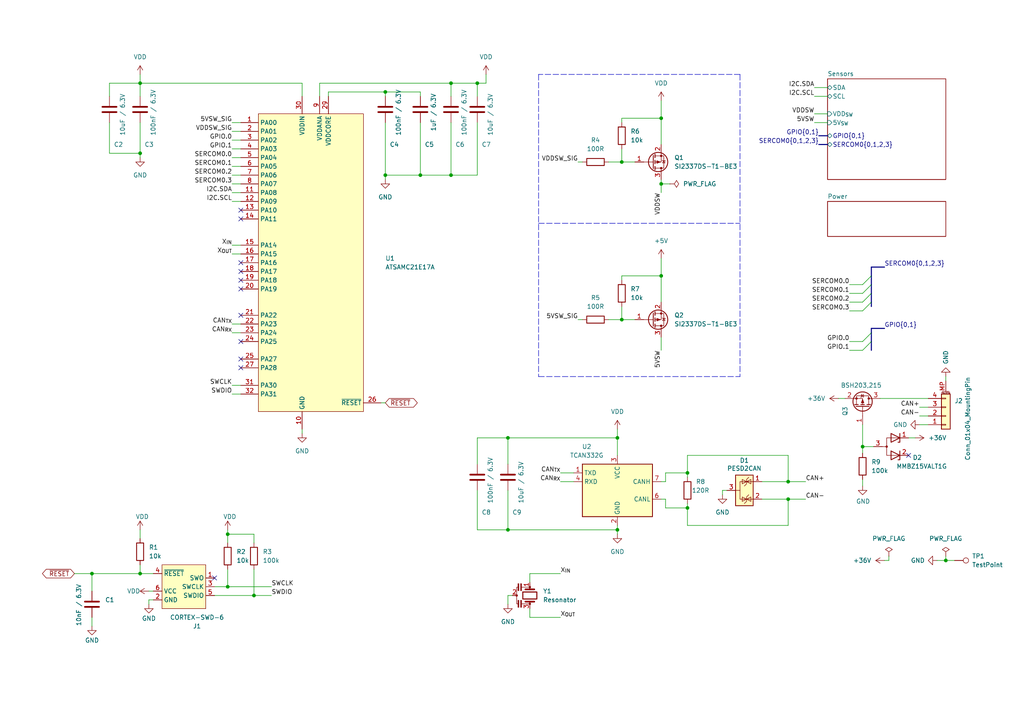
<source format=kicad_sch>
(kicad_sch (version 20210621) (generator eeschema)
  (paper "A4")
  (lib_symbols
    (symbol "Connector:TestPoint" (pin_numbers hide) (pin_names (offset 0.762) hide)
      (property "Reference" "TP" (at 0 6.858 0))
      (property "Value" "TestPoint" (at 0 5.08 0))
      (symbol "TestPoint_0_1"
        (circle (center 0 3.302) (radius 0.762))
      )
      (symbol "TestPoint_1_1"
        (pin passive line (at 0 0 90) (length 2.54) (name "1") (number "1"))
      )
    )
    (symbol "Connector_Generic_MountingPin:Conn_01x04_MountingPin" (pin_names (offset 1.016) hide)
      (property "Reference" "J" (at 0 5.08 0))
      (property "Value" "Conn_01x04_MountingPin" (at 1.27 -7.62 0))
      (symbol "Conn_01x04_MountingPin_1_1"
        (rectangle (start -1.27 -4.953) (end 0 -5.207) (stroke (width 0.1524)))
        (rectangle (start -1.27 -2.413) (end 0 -2.667) (stroke (width 0.1524)))
        (rectangle (start -1.27 0.127) (end 0 -0.127) (stroke (width 0.1524)))
        (rectangle (start -1.27 2.667) (end 0 2.413) (stroke (width 0.1524)))
        (rectangle (start -1.27 3.81) (end 1.27 -6.35) (stroke (width 0.254)) (fill (type background)))
        (polyline (pts (xy -1.016 -7.112) (xy 1.016 -7.112)) (stroke (width 0.1524)))
        (text "Mounting" (at 0 -6.731 0) (effects (font (size 0.381 0.381))))
        (pin passive line (at -5.08 2.54 0) (length 3.81) (name "Pin_1") (number "1"))
        (pin passive line (at -5.08 0 0) (length 3.81) (name "Pin_2") (number "2"))
        (pin passive line (at -5.08 -2.54 0) (length 3.81) (name "Pin_3") (number "3"))
        (pin passive line (at -5.08 -5.08 0) (length 3.81) (name "Pin_4") (number "4"))
        (pin passive line (at 0 -10.16 90) (length 3.048) (name "MountPin") (number "MP"))
      )
    )
    (symbol "Device:C" (pin_numbers hide) (pin_names (offset 0.254))
      (property "Reference" "C" (at 0.635 2.54 0))
      (property "Value" "C" (at 0.635 -2.54 0))
      (symbol "C_0_1"
        (polyline (pts (xy -2.032 -0.762) (xy 2.032 -0.762)) (stroke (width 0.508)))
        (polyline (pts (xy -2.032 0.762) (xy 2.032 0.762)) (stroke (width 0.508)))
      )
      (symbol "C_1_1"
        (pin passive line (at 0 3.81 270) (length 2.794) (name "~") (number "1"))
        (pin passive line (at 0 -3.81 90) (length 2.794) (name "~") (number "2"))
      )
    )
    (symbol "Device:D_Zener_Dual_CommonAnode_KKA_Parallel" (pin_names (offset 0.762) hide)
      (property "Reference" "D" (at 0 5.08 0))
      (property "Value" "D_Zener_Dual_CommonAnode_KKA_Parallel" (at 0 -5.08 0))
      (symbol "D_Zener_Dual_CommonAnode_KKA_Parallel_0_0"
        (polyline (pts (xy 2.032 1.27) (xy 2.54 1.27) (xy 2.54 3.81)) (stroke (width 0.254)))
        (polyline (pts (xy 2.54 -1.27) (xy 2.54 -3.81) (xy 2.032 -3.81)) (stroke (width 0.254)))
      )
      (symbol "D_Zener_Dual_CommonAnode_KKA_Parallel_0_1"
        (circle (center -1.27 0) (radius 0.254) (fill (type outline)))
        (polyline (pts (xy -1.27 0) (xy -2.54 0)))
        (polyline (pts (xy 2.54 2.54) (xy -1.27 2.54) (xy -1.27 -2.54) (xy 2.54 -2.54)))
        (polyline (pts (xy 0 -1.27) (xy 2.54 -2.54) (xy 0 -3.81) (xy 0 -1.27) (xy 0 -1.27) (xy 0 -1.27)) (stroke (width 0.254)))
        (polyline (pts (xy 0 3.81) (xy 2.54 2.54) (xy 0 1.27) (xy 0 3.81) (xy 0 3.81) (xy 0 3.81)) (stroke (width 0.254)))
        (pin passive line (at 5.08 2.54 180) (length 2.54) (name "K") (number "1"))
        (pin passive line (at 5.08 -2.54 180) (length 2.54) (name "K") (number "2"))
        (pin passive line (at -5.08 0 0) (length 2.54) (name "A") (number "3"))
      )
    )
    (symbol "Device:Q_PMOS_GSD" (pin_names (offset 0) hide)
      (property "Reference" "Q" (at 5.08 1.27 0))
      (property "Value" "Q_PMOS_GSD" (at 5.08 -1.27 0))
      (symbol "Q_PMOS_GSD_0_1"
        (polyline (pts (xy 0.254 0) (xy -2.54 0)))
        (polyline (pts (xy 0.254 1.905) (xy 0.254 -1.905)) (stroke (width 0.254)))
        (polyline (pts (xy 0.762 -1.27) (xy 0.762 -2.286)) (stroke (width 0.254)))
        (polyline (pts (xy 0.762 0.508) (xy 0.762 -0.508)) (stroke (width 0.254)))
        (polyline (pts (xy 0.762 2.286) (xy 0.762 1.27)) (stroke (width 0.254)))
        (polyline (pts (xy 2.54 2.54) (xy 2.54 1.778)))
        (polyline (pts (xy 2.54 -2.54) (xy 2.54 0) (xy 0.762 0)))
        (polyline (pts (xy 0.762 1.778) (xy 3.302 1.778) (xy 3.302 -1.778) (xy 0.762 -1.778)))
        (polyline (pts (xy 2.286 0) (xy 1.27 0.381) (xy 1.27 -0.381) (xy 2.286 0)) (fill (type outline)))
        (polyline (pts (xy 2.794 -0.508) (xy 2.921 -0.381) (xy 3.683 -0.381) (xy 3.81 -0.254)))
        (polyline (pts (xy 3.302 -0.381) (xy 2.921 0.254) (xy 3.683 0.254) (xy 3.302 -0.381)))
        (circle (center 1.651 0) (radius 2.794) (stroke (width 0.254)))
        (circle (center 2.54 -1.778) (radius 0.254) (fill (type outline)))
        (circle (center 2.54 1.778) (radius 0.254) (fill (type outline)))
      )
      (symbol "Q_PMOS_GSD_1_1"
        (pin input line (at -5.08 0 0) (length 2.54) (name "G") (number "1"))
        (pin passive line (at 2.54 -5.08 90) (length 2.54) (name "S") (number "2"))
        (pin passive line (at 2.54 5.08 270) (length 2.54) (name "D") (number "3"))
      )
    )
    (symbol "Device:R" (pin_numbers hide) (pin_names (offset 0))
      (property "Reference" "R" (at 2.032 0 90))
      (property "Value" "R" (at 0 0 90))
      (symbol "R_0_1"
        (rectangle (start -1.016 -2.54) (end 1.016 2.54) (stroke (width 0.254)))
      )
      (symbol "R_1_1"
        (pin passive line (at 0 3.81 270) (length 1.27) (name "~") (number "1"))
        (pin passive line (at 0 -3.81 90) (length 1.27) (name "~") (number "2"))
      )
    )
    (symbol "Device:Resonator" (pin_names (offset 1.016) hide)
      (property "Reference" "Y" (at 0 5.715 0))
      (property "Value" "Resonator" (at 0 3.81 0))
      (symbol "Resonator_0_1"
        (rectangle (start -3.429 -3.175) (end -1.397 -3.429) (fill (type outline)))
        (rectangle (start -3.429 -2.413) (end -1.397 -2.667) (fill (type outline)))
        (circle (center -2.413 0) (radius 0.254) (fill (type outline)))
        (rectangle (start -1.016 2.032) (end 1.016 -2.032) (stroke (width 0.3048)))
        (circle (center 0 -3.81) (radius 0.254) (fill (type outline)))
        (polyline (pts (xy -2.413 -2.413) (xy -2.413 0)))
        (polyline (pts (xy -1.905 0) (xy -3.175 0)))
        (polyline (pts (xy -1.778 -1.27) (xy -1.778 1.27)) (stroke (width 0.508)))
        (polyline (pts (xy 1.778 -1.27) (xy 1.778 1.27)) (stroke (width 0.508)))
        (polyline (pts (xy 1.905 0) (xy 2.54 0)))
        (polyline (pts (xy 2.413 0) (xy 2.413 -2.54)))
        (polyline (pts (xy 2.413 -3.302) (xy 2.413 -3.81) (xy -2.413 -3.81) (xy -2.413 -3.302)))
        (rectangle (start 1.397 -3.175) (end 3.429 -3.429) (fill (type outline)))
        (rectangle (start 1.397 -2.413) (end 3.429 -2.667) (fill (type outline)))
        (circle (center 2.413 0) (radius 0.254) (fill (type outline)))
      )
      (symbol "Resonator_1_1"
        (pin passive line (at -3.81 0 0) (length 1.27) (name "1") (number "1"))
        (pin passive line (at 0 -5.08 90) (length 1.27) (name "2") (number "2"))
        (pin passive line (at 3.81 0 180) (length 1.27) (name "3") (number "3"))
      )
    )
    (symbol "Interface_CAN_LIN:TCAN332G"
      (property "Reference" "U" (at -10.16 8.89 0))
      (property "Value" "TCAN332G" (at 2.54 8.89 0))
      (symbol "TCAN332G_0_1"
        (rectangle (start -10.16 7.62) (end 10.16 -7.62) (stroke (width 0.254)) (fill (type background)))
      )
      (symbol "TCAN332G_1_1"
        (pin input line (at -12.7 5.08 0) (length 2.54) (name "TXD") (number "1"))
        (pin power_in line (at 0 -10.16 90) (length 2.54) (name "GND") (number "2"))
        (pin power_in line (at 0 10.16 270) (length 2.54) (name "VCC") (number "3"))
        (pin tri_state line (at -12.7 2.54 0) (length 2.54) (name "RXD") (number "4"))
        (pin no_connect line (at -10.16 -2.54 0) (length 2.54) hide (name "NC") (number "5"))
        (pin bidirectional line (at 12.7 -2.54 180) (length 2.54) (name "CANL") (number "6"))
        (pin bidirectional line (at 12.7 2.54 180) (length 2.54) (name "CANH") (number "7"))
        (pin no_connect line (at -10.16 -5.08 0) (length 2.54) hide (name "NC") (number "8"))
      )
    )
    (symbol "Power_Protection:NUP2105L" (pin_names hide)
      (property "Reference" "D" (at 5.715 2.54 0))
      (property "Value" "NUP2105L" (at 5.715 0.635 0))
      (symbol "NUP2105L_0_0"
        (pin passive line (at 0 -5.08 90) (length 2.54) (name "A") (number "3"))
      )
      (symbol "NUP2105L_0_1"
        (rectangle (start -4.445 2.54) (end 4.445 -2.54) (stroke (width 0.254)) (fill (type background)))
        (polyline (pts (xy -2.54 2.54) (xy -2.54 0.635)))
        (polyline (pts (xy 0 -1.27) (xy 0 -2.54)))
        (polyline (pts (xy 2.54 2.54) (xy 2.54 0.635)))
        (polyline (pts (xy -3.81 1.27) (xy -3.175 0.635) (xy -1.905 0.635) (xy -1.27 0)))
        (polyline (pts (xy -2.54 0.635) (xy -2.54 -1.27) (xy 2.54 -1.27) (xy 2.54 0.635)))
        (polyline (pts (xy -2.54 0.635) (xy -1.905 -0.635) (xy -3.175 -0.635) (xy -2.54 0.635)))
        (polyline (pts (xy 2.54 0.635) (xy 1.905 -0.635) (xy 3.175 -0.635) (xy 2.54 0.635)))
        (polyline (pts (xy 2.54 0.635) (xy 3.175 1.905) (xy 1.905 1.905) (xy 2.54 0.635)))
        (polyline (pts (xy -2.54 0.635) (xy -3.175 1.905) (xy -1.905 1.905) (xy -2.54 0.635) (xy -2.54 1.27)))
        (polyline (pts (xy 1.27 1.27) (xy 1.905 0.635) (xy 2.54 0.635) (xy 3.175 0.635) (xy 3.81 0)))
      )
      (symbol "NUP2105L_1_1"
        (pin passive line (at -2.54 5.08 270) (length 2.54) (name "K") (number "1"))
        (pin passive line (at 2.54 5.08 270) (length 2.54) (name "K") (number "2"))
      )
    )
    (symbol "ownLib:ATSAMC21E17A"
      (property "Reference" "U" (at -17.78 44.45 0))
      (property "Value" "ATSAMC21E17A" (at 15.24 44.45 0))
      (symbol "ATSAMC21E17A_0_1"
        (rectangle (start -15.24 43.18) (end 15.24 -43.18) (fill (type background)))
      )
      (symbol "ATSAMC21E17A_1_1"
        (pin bidirectional line (at -20.32 40.64 0) (length 5.08) (name "PA00") (number "1"))
        (pin power_in line (at -2.54 -48.26 90) (length 5.08) (name "GND") (number "10"))
        (pin bidirectional line (at -20.32 20.32 0) (length 5.08) (name "PA08") (number "11"))
        (pin bidirectional line (at -20.32 17.78 0) (length 5.08) (name "PA09") (number "12"))
        (pin bidirectional line (at -20.32 15.24 0) (length 5.08) (name "PA10") (number "13"))
        (pin bidirectional line (at -20.32 12.7 0) (length 5.08) (name "PA11") (number "14"))
        (pin bidirectional line (at -20.32 5.08 0) (length 5.08) (name "PA14") (number "15"))
        (pin bidirectional line (at -20.32 2.54 0) (length 5.08) (name "PA15") (number "16"))
        (pin bidirectional line (at -20.32 0 0) (length 5.08) (name "PA16") (number "17"))
        (pin bidirectional line (at -20.32 -2.54 0) (length 5.08) (name "PA17") (number "18"))
        (pin bidirectional line (at -20.32 -5.08 0) (length 5.08) (name "PA18") (number "19"))
        (pin bidirectional line (at -20.32 38.1 0) (length 5.08) (name "PA01") (number "2"))
        (pin bidirectional line (at -20.32 -7.62 0) (length 5.08) (name "PA19") (number "20"))
        (pin bidirectional line (at -20.32 -15.24 0) (length 5.08) (name "PA22") (number "21"))
        (pin bidirectional line (at -20.32 -17.78 0) (length 5.08) (name "PA23") (number "22"))
        (pin bidirectional line (at -20.32 -20.32 0) (length 5.08) (name "PA24") (number "23"))
        (pin bidirectional line (at -20.32 -22.86 0) (length 5.08) (name "PA25") (number "24"))
        (pin bidirectional line (at -20.32 -27.94 0) (length 5.08) (name "PA27") (number "25"))
        (pin input line (at 20.32 -40.64 180) (length 5.08) (name "~{RESET}") (number "26"))
        (pin bidirectional line (at -20.32 -30.48 0) (length 5.08) (name "PA28") (number "27"))
        (pin passive line (at -2.54 -48.26 90) (length 5.08) hide (name "GND") (number "28"))
        (pin power_out line (at 5.08 48.26 270) (length 5.08) (name "VDDCORE") (number "29"))
        (pin bidirectional line (at -20.32 35.56 0) (length 5.08) (name "PA02") (number "3"))
        (pin power_in line (at -2.54 48.26 270) (length 5.08) (name "VDDIN") (number "30"))
        (pin bidirectional line (at -20.32 -35.56 0) (length 5.08) (name "PA30") (number "31"))
        (pin bidirectional line (at -20.32 -38.1 0) (length 5.08) (name "PA31") (number "32"))
        (pin bidirectional line (at -20.32 33.02 0) (length 5.08) (name "PA03") (number "4"))
        (pin bidirectional line (at -20.32 30.48 0) (length 5.08) (name "PA04") (number "5"))
        (pin bidirectional line (at -20.32 27.94 0) (length 5.08) (name "PA05") (number "6"))
        (pin bidirectional line (at -20.32 25.4 0) (length 5.08) (name "PA06") (number "7"))
        (pin bidirectional line (at -20.32 22.86 0) (length 5.08) (name "PA07") (number "8"))
        (pin power_in line (at 2.54 48.26 270) (length 5.08) (name "VDDANA") (number "9"))
      )
    )
    (symbol "ownLib:CORTEX-SWD-6"
      (property "Reference" "J" (at 10.16 6.35 0))
      (property "Value" "CORTEX-SWD-6" (at 0 6.35 0))
      (symbol "CORTEX-SWD-6_0_0"
        (pin bidirectional line (at 8.89 1.27 180) (length 2.54) (name "SWO") (number "1"))
        (pin power_in line (at -8.89 -5.08 0) (length 2.54) (name "GND") (number "2"))
        (pin bidirectional line (at 8.89 -1.27 180) (length 2.54) (name "SWCLK") (number "3"))
        (pin output line (at -8.89 2.54 0) (length 2.54) (name "~{RESET}") (number "4"))
        (pin bidirectional line (at 8.89 -3.81 180) (length 2.54) (name "SWDIO") (number "5"))
        (pin power_in line (at -8.89 -2.54 0) (length 2.54) (name "VCC") (number "6"))
      )
      (symbol "CORTEX-SWD-6_0_1"
        (rectangle (start -6.35 5.08) (end 6.35 -7.62) (stroke (width 0.1524)) (fill (type background)))
      )
    )
    (symbol "power:+36V" (power) (pin_names (offset 0))
      (property "Value" "+36V" (at 0 3.556 0))
      (symbol "+36V_0_1"
        (polyline (pts (xy -0.762 1.27) (xy 0 2.54)))
        (polyline (pts (xy 0 0) (xy 0 2.54)))
        (polyline (pts (xy 0 2.54) (xy 0.762 1.27)))
      )
      (symbol "+36V_1_1"
        (pin power_in line (at 0 0 90) (length 0) hide (name "+36V") (number "1"))
      )
    )
    (symbol "power:+5V" (power) (pin_names (offset 0))
      (property "Value" "+5V" (at 0 3.556 0))
      (symbol "+5V_0_1"
        (polyline (pts (xy -0.762 1.27) (xy 0 2.54)))
        (polyline (pts (xy 0 0) (xy 0 2.54)))
        (polyline (pts (xy 0 2.54) (xy 0.762 1.27)))
      )
      (symbol "+5V_1_1"
        (pin power_in line (at 0 0 90) (length 0) hide (name "+5V") (number "1"))
      )
    )
    (symbol "power:GND" (power) (pin_names (offset 0))
      (property "Value" "GND" (at 0 -3.81 0))
      (symbol "GND_0_1"
        (polyline (pts (xy 0 0) (xy 0 -1.27) (xy 1.27 -1.27) (xy 0 -2.54) (xy -1.27 -1.27) (xy 0 -1.27)))
      )
      (symbol "GND_1_1"
        (pin power_in line (at 0 0 270) (length 0) hide (name "GND") (number "1"))
      )
    )
    (symbol "power:PWR_FLAG" (power) (pin_numbers hide) (pin_names (offset 0) hide)
      (property "Value" "PWR_FLAG" (at 0 3.81 0))
      (symbol "PWR_FLAG_0_0"
        (pin power_out line (at 0 0 90) (length 0) (name "pwr") (number "1"))
      )
      (symbol "PWR_FLAG_0_1"
        (polyline (pts (xy 0 0) (xy 0 1.27) (xy -1.016 1.905) (xy 0 2.54) (xy 1.016 1.905) (xy 0 1.27)))
      )
    )
    (symbol "power:VDD" (power) (pin_names (offset 0))
      (property "Value" "VDD" (at 0 3.81 0))
      (symbol "VDD_0_1"
        (polyline (pts (xy -0.762 1.27) (xy 0 2.54)))
        (polyline (pts (xy 0 0) (xy 0 2.54)))
        (polyline (pts (xy 0 2.54) (xy 0.762 1.27)))
      )
      (symbol "VDD_1_1"
        (pin power_in line (at 0 0 90) (length 0) hide (name "VDD") (number "1"))
      )
    )
  )
  (junction (at 26.67 166.37))
  (junction (at 274.32 162.56))
  (junction (at 73.66 172.72))
  (junction (at 130.81 24.13))
  (junction (at 40.64 44.45))
  (junction (at 191.77 53.34))
  (junction (at 199.39 137.16))
  (junction (at 191.77 80.01))
  (junction (at 199.39 147.32))
  (junction (at 180.34 46.99))
  (junction (at 40.64 166.37))
  (junction (at 40.64 24.13))
  (junction (at 66.04 170.18))
  (junction (at 121.92 50.8))
  (junction (at 130.81 50.8))
  (junction (at 179.07 153.67))
  (junction (at 191.77 34.29))
  (junction (at 111.76 26.67))
  (junction (at 179.07 127))
  (junction (at 66.04 154.94))
  (junction (at 147.32 127))
  (junction (at 180.34 92.71))
  (junction (at 138.43 24.13))
  (junction (at 111.76 50.8))
  (junction (at 147.32 153.67))
  (junction (at 250.19 129.54))
  (junction (at 228.6 139.7))
  (junction (at 228.6 144.78))
  (no_connect (at 69.85 83.82))
  (no_connect (at 69.85 81.28))
  (no_connect (at 69.85 76.2))
  (no_connect (at 69.85 78.74))
  (no_connect (at 62.23 167.64))
  (no_connect (at 69.85 63.5))
  (no_connect (at 69.85 60.96))
  (no_connect (at 69.85 91.44))
  (no_connect (at 69.85 106.68))
  (no_connect (at 69.85 104.14))
  (no_connect (at 69.85 99.06))
  (no_connect (at 263.525 132.08))
  (bus_entry (at 252.73 87.63) (size -2.54 2.54))
  (bus_entry (at 252.73 80.01) (size -2.54 2.54))
  (bus_entry (at 252.73 82.55) (size -2.54 2.54))
  (bus_entry (at 252.73 85.09) (size -2.54 2.54))
  (bus_entry (at 252.73 96.52) (size -2.54 2.54))
  (bus_entry (at 252.73 99.06) (size -2.54 2.54))
  (wire (pts (xy 228.6 139.7) (xy 233.68 139.7)))
  (wire (pts (xy 67.31 111.76) (xy 69.85 111.76)))
  (wire (pts (xy 147.32 142.24) (xy 147.32 153.67)))
  (wire (pts (xy 147.32 153.67) (xy 179.07 153.67)))
  (wire (pts (xy 180.34 92.71) (xy 184.15 92.71)))
  (bus (pts (xy 256.54 95.25) (xy 252.73 95.25)))
  (bus (pts (xy 252.73 95.25) (xy 252.73 96.52)))
  (bus (pts (xy 252.73 96.52) (xy 252.73 99.06)))
  (bus (pts (xy 252.73 99.06) (xy 252.73 101.6)))
  (polyline (pts (xy 156.21 64.77) (xy 214.63 64.77)) (stroke (width 0) (type dash)))
  (wire (pts (xy 43.18 171.45) (xy 44.45 171.45)))
  (wire (pts (xy 153.67 176.53) (xy 153.67 179.07)))
  (wire (pts (xy 66.04 170.18) (xy 78.74 170.18)))
  (wire (pts (xy 191.77 34.29) (xy 191.77 41.91)))
  (wire (pts (xy 250.19 131.445) (xy 250.19 129.54)))
  (wire (pts (xy 191.77 80.01) (xy 191.77 87.63)))
  (wire (pts (xy 199.39 147.32) (xy 199.39 152.4)))
  (wire (pts (xy 199.39 152.4) (xy 228.6 152.4)))
  (wire (pts (xy 31.75 24.13) (xy 40.64 24.13)))
  (wire (pts (xy 31.75 27.94) (xy 31.75 24.13)))
  (wire (pts (xy 110.49 116.84) (xy 111.76 116.84)))
  (wire (pts (xy 67.31 73.66) (xy 69.85 73.66)))
  (wire (pts (xy 228.6 144.78) (xy 220.98 144.78)))
  (wire (pts (xy 180.34 46.99) (xy 184.15 46.99)))
  (wire (pts (xy 176.53 46.99) (xy 180.34 46.99)))
  (wire (pts (xy 67.31 55.88) (xy 69.85 55.88)))
  (wire (pts (xy 274.32 162.56) (xy 276.86 162.56)))
  (wire (pts (xy 140.97 21.59) (xy 140.97 24.13)))
  (wire (pts (xy 67.31 114.3) (xy 69.85 114.3)))
  (wire (pts (xy 176.53 92.71) (xy 180.34 92.71)))
  (wire (pts (xy 67.31 43.18) (xy 69.85 43.18)))
  (wire (pts (xy 220.98 139.7) (xy 228.6 139.7)))
  (wire (pts (xy 26.67 166.37) (xy 26.67 171.45)))
  (wire (pts (xy 191.77 97.79) (xy 191.77 101.6)))
  (wire (pts (xy 167.64 46.99) (xy 168.91 46.99)))
  (wire (pts (xy 193.04 144.78) (xy 193.04 147.32)))
  (wire (pts (xy 228.6 144.78) (xy 228.6 152.4)))
  (wire (pts (xy 138.43 127) (xy 147.32 127)))
  (wire (pts (xy 138.43 134.62) (xy 138.43 127)))
  (wire (pts (xy 147.32 127) (xy 179.07 127)))
  (wire (pts (xy 179.07 127) (xy 179.07 132.08)))
  (wire (pts (xy 179.07 124.46) (xy 179.07 127)))
  (wire (pts (xy 67.31 50.8) (xy 69.85 50.8)))
  (wire (pts (xy 274.32 162.56) (xy 274.32 161.29)))
  (wire (pts (xy 271.78 162.56) (xy 274.32 162.56)))
  (wire (pts (xy 62.23 172.72) (xy 73.66 172.72)))
  (wire (pts (xy 26.67 179.07) (xy 26.67 181.61)))
  (wire (pts (xy 73.66 165.1) (xy 73.66 172.72)))
  (wire (pts (xy 66.04 165.1) (xy 66.04 170.18)))
  (wire (pts (xy 62.23 170.18) (xy 66.04 170.18)))
  (wire (pts (xy 121.92 35.56) (xy 121.92 50.8)))
  (wire (pts (xy 67.31 35.56) (xy 69.85 35.56)))
  (wire (pts (xy 191.77 80.01) (xy 191.77 74.93)))
  (wire (pts (xy 153.67 166.37) (xy 162.56 166.37)))
  (wire (pts (xy 180.34 81.28) (xy 180.34 80.01)))
  (wire (pts (xy 236.22 33.02) (xy 240.03 33.02)))
  (bus (pts (xy 237.49 41.91) (xy 240.03 41.91)))
  (wire (pts (xy 246.38 85.09) (xy 250.19 85.09)))
  (wire (pts (xy 87.63 124.46) (xy 87.63 125.73)))
  (wire (pts (xy 31.75 44.45) (xy 40.64 44.45)))
  (wire (pts (xy 31.75 35.56) (xy 31.75 44.45)))
  (wire (pts (xy 263.525 127) (xy 265.43 127)))
  (wire (pts (xy 67.31 71.12) (xy 69.85 71.12)))
  (wire (pts (xy 228.6 144.78) (xy 233.68 144.78)))
  (wire (pts (xy 250.19 139.065) (xy 250.19 140.97)))
  (wire (pts (xy 67.31 93.98) (xy 69.85 93.98)))
  (wire (pts (xy 246.38 87.63) (xy 250.19 87.63)))
  (wire (pts (xy 191.77 144.78) (xy 193.04 144.78)))
  (wire (pts (xy 66.04 154.94) (xy 66.04 157.48)))
  (wire (pts (xy 66.04 153.67) (xy 66.04 154.94)))
  (wire (pts (xy 147.32 175.26) (xy 147.32 172.72)))
  (wire (pts (xy 73.66 172.72) (xy 78.74 172.72)))
  (wire (pts (xy 246.38 99.06) (xy 250.19 99.06)))
  (wire (pts (xy 180.34 80.01) (xy 191.77 80.01)))
  (wire (pts (xy 199.39 147.32) (xy 199.39 146.05)))
  (wire (pts (xy 193.04 147.32) (xy 199.39 147.32)))
  (wire (pts (xy 147.32 172.72) (xy 148.59 172.72)))
  (wire (pts (xy 191.77 53.34) (xy 194.31 53.34)))
  (wire (pts (xy 199.39 137.16) (xy 199.39 138.43)))
  (wire (pts (xy 193.04 137.16) (xy 199.39 137.16)))
  (wire (pts (xy 67.31 40.64) (xy 69.85 40.64)))
  (wire (pts (xy 246.38 82.55) (xy 250.19 82.55)))
  (wire (pts (xy 180.34 43.18) (xy 180.34 46.99)))
  (wire (pts (xy 193.04 139.7) (xy 193.04 137.16)))
  (wire (pts (xy 210.82 142.24) (xy 209.55 142.24)))
  (wire (pts (xy 209.55 142.24) (xy 209.55 143.51)))
  (wire (pts (xy 236.22 25.4) (xy 240.03 25.4)))
  (polyline (pts (xy 156.21 109.22) (xy 214.63 109.22)) (stroke (width 0) (type dash)))
  (polyline (pts (xy 214.63 21.59) (xy 156.21 21.59)) (stroke (width 0) (type dash)))
  (polyline (pts (xy 156.21 21.59) (xy 156.21 109.22)) (stroke (width 0) (type dash)))
  (polyline (pts (xy 214.63 21.59) (xy 214.63 109.22)) (stroke (width 0) (type dash)))
  (wire (pts (xy 246.38 101.6) (xy 250.19 101.6)))
  (wire (pts (xy 40.64 44.45) (xy 40.64 45.72)))
  (wire (pts (xy 40.64 35.56) (xy 40.64 44.45)))
  (wire (pts (xy 121.92 50.8) (xy 111.76 50.8)))
  (wire (pts (xy 40.64 24.13) (xy 40.64 27.94)))
  (wire (pts (xy 191.77 52.07) (xy 191.77 53.34)))
  (wire (pts (xy 191.77 53.34) (xy 191.77 55.88)))
  (wire (pts (xy 121.92 50.8) (xy 130.81 50.8)))
  (wire (pts (xy 138.43 50.8) (xy 138.43 35.56)))
  (wire (pts (xy 130.81 50.8) (xy 138.43 50.8)))
  (wire (pts (xy 255.27 115.57) (xy 269.24 115.57)))
  (wire (pts (xy 73.66 154.94) (xy 66.04 154.94)))
  (wire (pts (xy 73.66 157.48) (xy 73.66 154.94)))
  (wire (pts (xy 130.81 24.13) (xy 130.81 27.94)))
  (wire (pts (xy 243.205 115.57) (xy 245.11 115.57)))
  (wire (pts (xy 21.59 166.37) (xy 26.67 166.37)))
  (wire (pts (xy 26.67 166.37) (xy 40.64 166.37)))
  (wire (pts (xy 266.7 123.19) (xy 269.24 123.19)))
  (wire (pts (xy 43.18 173.99) (xy 43.18 175.26)))
  (wire (pts (xy 67.31 48.26) (xy 69.85 48.26)))
  (wire (pts (xy 67.31 96.52) (xy 69.85 96.52)))
  (wire (pts (xy 246.38 90.17) (xy 250.19 90.17)))
  (wire (pts (xy 153.67 166.37) (xy 153.67 168.91)))
  (wire (pts (xy 67.31 58.42) (xy 69.85 58.42)))
  (wire (pts (xy 40.64 153.67) (xy 40.64 156.21)))
  (wire (pts (xy 40.64 166.37) (xy 44.45 166.37)))
  (wire (pts (xy 179.07 152.4) (xy 179.07 153.67)))
  (wire (pts (xy 179.07 153.67) (xy 179.07 154.94)))
  (wire (pts (xy 236.22 35.56) (xy 240.03 35.56)))
  (wire (pts (xy 40.64 21.59) (xy 40.64 24.13)))
  (wire (pts (xy 40.64 24.13) (xy 87.63 24.13)))
  (wire (pts (xy 87.63 27.94) (xy 87.63 24.13)))
  (wire (pts (xy 250.19 129.54) (xy 253.365 129.54)))
  (wire (pts (xy 250.19 129.54) (xy 250.19 123.19)))
  (wire (pts (xy 191.77 139.7) (xy 193.04 139.7)))
  (wire (pts (xy 44.45 173.99) (xy 43.18 173.99)))
  (wire (pts (xy 40.64 163.83) (xy 40.64 166.37)))
  (wire (pts (xy 266.7 120.65) (xy 269.24 120.65)))
  (wire (pts (xy 266.7 118.11) (xy 269.24 118.11)))
  (wire (pts (xy 138.43 142.24) (xy 138.43 153.67)))
  (wire (pts (xy 138.43 153.67) (xy 147.32 153.67)))
  (bus (pts (xy 237.49 39.37) (xy 240.03 39.37)))
  (wire (pts (xy 162.56 139.7) (xy 166.37 139.7)))
  (wire (pts (xy 67.31 45.72) (xy 69.85 45.72)))
  (wire (pts (xy 274.32 109.22) (xy 274.32 110.49)))
  (wire (pts (xy 67.31 53.34) (xy 69.85 53.34)))
  (wire (pts (xy 236.22 27.94) (xy 240.03 27.94)))
  (bus (pts (xy 252.73 88.9) (xy 252.73 87.63)))
  (bus (pts (xy 252.73 82.55) (xy 252.73 80.01)))
  (bus (pts (xy 252.73 87.63) (xy 252.73 85.09)))
  (bus (pts (xy 252.73 85.09) (xy 252.73 82.55)))
  (bus (pts (xy 252.73 77.47) (xy 256.54 77.47)))
  (bus (pts (xy 252.73 80.01) (xy 252.73 77.47)))
  (wire (pts (xy 162.56 137.16) (xy 166.37 137.16)))
  (wire (pts (xy 180.34 88.9) (xy 180.34 92.71)))
  (wire (pts (xy 138.43 24.13) (xy 140.97 24.13)))
  (wire (pts (xy 111.76 50.8) (xy 111.76 52.07)))
  (wire (pts (xy 111.76 35.56) (xy 111.76 50.8)))
  (wire (pts (xy 130.81 24.13) (xy 138.43 24.13)))
  (wire (pts (xy 92.71 24.13) (xy 130.81 24.13)))
  (wire (pts (xy 138.43 24.13) (xy 138.43 27.94)))
  (wire (pts (xy 92.71 27.94) (xy 92.71 24.13)))
  (wire (pts (xy 180.34 34.29) (xy 191.77 34.29)))
  (wire (pts (xy 180.34 35.56) (xy 180.34 34.29)))
  (wire (pts (xy 191.77 34.29) (xy 191.77 29.21)))
  (wire (pts (xy 153.67 179.07) (xy 162.56 179.07)))
  (wire (pts (xy 167.64 92.71) (xy 168.91 92.71)))
  (wire (pts (xy 256.54 162.56) (xy 257.81 162.56)))
  (wire (pts (xy 257.81 162.56) (xy 257.81 161.29)))
  (wire (pts (xy 67.31 38.1) (xy 69.85 38.1)))
  (wire (pts (xy 147.32 134.62) (xy 147.32 127)))
  (wire (pts (xy 111.76 26.67) (xy 111.76 27.94)))
  (wire (pts (xy 95.25 27.94) (xy 95.25 26.67)))
  (wire (pts (xy 95.25 26.67) (xy 111.76 26.67)))
  (wire (pts (xy 130.81 35.56) (xy 130.81 50.8)))
  (wire (pts (xy 111.76 26.67) (xy 121.92 26.67)))
  (wire (pts (xy 121.92 27.94) (xy 121.92 26.67)))
  (wire (pts (xy 228.6 132.08) (xy 228.6 139.7)))
  (wire (pts (xy 199.39 137.16) (xy 199.39 132.08)))
  (wire (pts (xy 199.39 132.08) (xy 228.6 132.08)))
  (text "CO2 Sensor = MHZ16\nSensor Connector = ZH-Connector?\nTemperature sensor = SHT30\nHumidity Sensor = SHT30 (one package)\nLight Sensor = BH1751FVI-TR\nPressure Sensor = BMP384\nAirquality Sensor = SGP30\nSmall CO2 Sensor = SCD40\nMicrocontroller = ATSamC21E17A QFN32-5mm\nCAN Transceiver = TCAN332G\nCAN Diode = PESD2CAN,215\nDC-DC Converter = LMZM23600V3\nUART Level Shifter = TXB0104D" (at 313.69 91.44 0) (effects (font (size 1 1)) (justify left bottom)))
  (label "I2C.SDA" (at 67.31 55.88 180))
  (label "GPIO.1" (at 246.38 101.6 180))
  (label "5VSW_SIG" (at 167.64 92.71 180))
  (label "GPIO.0" (at 67.31 40.64 180))
  (label "5VSW_SIG" (at 67.31 35.56 180))
  (label "I2C.SDA" (at 236.22 25.4 180))
  (label "X_{OUT}" (at 162.56 179.07 0))
  (label "VDDSW_SIG" (at 67.31 38.1 180))
  (label "SWCLK" (at 67.31 111.76 180))
  (label "SERCOM0.3" (at 246.38 90.17 180))
  (label "GPIO.1" (at 67.31 43.18 180))
  (label "I2C.SCL" (at 67.31 58.42 180))
  (label "SERCOM0.3" (at 67.31 53.34 180))
  (label "CAN_{TX}" (at 67.31 93.98 180))
  (label "CAN-" (at 266.7 120.65 180))
  (label "5VSW" (at 236.22 35.56 180))
  (label "I2C.SCL" (at 236.22 27.94 180))
  (label "CAN+" (at 233.68 139.7 0))
  (label "SERCOM0.2" (at 67.31 50.8 180))
  (label "GPIO.0" (at 246.38 99.06 180))
  (label "SERCOM0.0" (at 246.38 82.55 180))
  (label "SERCOM0{0,1,2,3}" (at 256.54 77.47 0))
  (label "5VSW" (at 191.77 101.6 270))
  (label "VDDSW_SIG" (at 167.64 46.99 180))
  (label "CAN_{TX}" (at 162.56 137.16 180))
  (label "SERCOM0.1" (at 67.31 48.26 180))
  (label "SERCOM0{0,1,2,3}" (at 237.49 41.91 180))
  (label "CAN+" (at 266.7 118.11 180))
  (label "CAN-" (at 233.68 144.78 0))
  (label "CAN_{RX}" (at 162.56 139.7 180))
  (label "SERCOM0.2" (at 246.38 87.63 180))
  (label "GPIO{0,1}" (at 256.54 95.25 0))
  (label "SERCOM0.0" (at 67.31 45.72 180))
  (label "VDDSW" (at 236.22 33.02 180))
  (label "SWDIO" (at 78.74 172.72 0))
  (label "SWCLK" (at 78.74 170.18 0))
  (label "SERCOM0.1" (at 246.38 85.09 180))
  (label "X_{IN}" (at 67.31 71.12 180))
  (label "X_{IN}" (at 162.56 166.37 0))
  (label "SWDIO" (at 67.31 114.3 180))
  (label "VDDSW" (at 191.77 55.88 270))
  (label "X_{OUT}" (at 67.31 73.66 180))
  (label "CAN_{RX}" (at 67.31 96.52 180))
  (label "GPIO{0,1}" (at 237.49 39.37 180))
  (global_label "~{RESET}" (shape bidirectional) (at 111.76 116.84 0) (property "Intersheet References" "${INTERSHEET_REFS}" (effects hide)))
  (global_label "~{RESET}" (shape bidirectional) (at 21.59 166.37 180) (property "Intersheet References" "${INTERSHEET_REFS}" (effects hide)))
  (symbol (lib_id "Interface_CAN_LIN:TCAN332G") (at 179.07 142.24 0) (unit 1)
    (property "Reference" "U2" (at 170.18 129.54 0))
    (property "Value" "TCAN332G" (at 170.18 132.08 0))
    (property "Footprint" "Package_SO:SOIC-8_3.9x4.9mm_P1.27mm" (effects hide))
    (property "Datasheet" "http://www.ti.com/lit/ds/symlink/tcan337.pdf" (effects hide))
  )
  (symbol (lib_id "Device:R") (at 172.72 46.99 90) (unit 1)
    (property "Reference" "R4" (at 172.72 40.64 90))
    (property "Value" "100R" (at 172.72 43.18 90))
    (property "Footprint" "Resistor_SMD:R_0402_1005Metric" (effects hide))
  )
  (symbol (lib_id "Device:R") (at 180.34 39.37 180) (unit 1)
    (property "Reference" "R6" (at 182.88 38.0999 0) (effects (justify right)))
    (property "Value" "10k" (at 182.88 40.6399 0) (effects (justify right)))
    (property "Footprint" "Resistor_SMD:R_0402_1005Metric" (effects hide))
  )
  (symbol (lib_id "power:GND") (at 111.76 52.07 0) (unit 1)
    (property "Reference" "#PWR09" (effects hide))
    (property "Value" "GND" (at 111.76 57.15 0))
  )
  (symbol (lib_id "power:GND") (at 271.78 162.56 270) (unit 1)
    (property "Reference" "#PWR022" (effects hide))
    (property "Value" "GND" (at 264.16 162.5599 90) (effects (justify left)))
  )
  (symbol (lib_id "power:VDD") (at 66.04 153.67 0) (unit 1)
    (property "Reference" "#PWR07" (effects hide))
    (property "Value" "VDD" (at 68.5801 149.86 0) (effects (justify right)))
  )
  (symbol (lib_id "power:VDD") (at 40.64 153.67 0) (unit 1)
    (property "Reference" "#PWR04" (effects hide))
    (property "Value" "VDD" (at 43.1801 149.86 0) (effects (justify right)))
  )
  (symbol (lib_id "power:VDD") (at 179.07 124.46 0) (unit 1)
    (property "Reference" "#PWR012" (effects hide))
    (property "Value" "VDD" (at 179.07 119.38 0))
  )
  (symbol (lib_id "power:GND") (at 250.19 140.97 0) (unit 1)
    (property "Reference" "#PWR018" (effects hide))
    (property "Value" "GND" (at 248.2849 145.415 0) (effects (justify left)))
  )
  (symbol (lib_id "power:PWR_FLAG") (at 257.81 161.29 0) (unit 1)
    (property "Reference" "#FLG02" (effects hide))
    (property "Value" "PWR_FLAG" (at 257.81 156.21 0))
  )
  (symbol (lib_id "power:GND") (at 179.07 154.94 0) (unit 1)
    (property "Reference" "#PWR013" (effects hide))
    (property "Value" "GND" (at 179.07 160.02 0))
  )
  (symbol (lib_id "power:GND") (at 26.67 181.61 0) (unit 1)
    (property "Reference" "#PWR01" (effects hide))
    (property "Value" "GND" (at 24.6395 185.7237 0) (effects (justify left)))
  )
  (symbol (lib_id "Device:R") (at 250.19 135.255 0) (unit 1)
    (property "Reference" "R9" (at 252.73 133.9849 0) (effects (justify left)))
    (property "Value" "100k" (at 252.73 136.5249 0) (effects (justify left)))
    (property "Footprint" "Resistor_SMD:R_0402_1005Metric" (effects hide))
  )
  (symbol (lib_id "power:GND") (at 209.55 143.51 0) (mirror y) (unit 1)
    (property "Reference" "#PWR016" (effects hide))
    (property "Value" "GND" (at 209.55 148.59 0))
  )
  (symbol (lib_id "power:VDD") (at 191.77 29.21 0) (unit 1)
    (property "Reference" "#PWR014" (effects hide))
    (property "Value" "VDD" (at 191.77 24.13 0))
  )
  (symbol (lib_id "power:GND") (at 274.32 109.22 180) (unit 1)
    (property "Reference" "#PWR023" (effects hide))
    (property "Value" "GND" (at 274.3201 101.6 90) (effects (justify left)))
  )
  (symbol (lib_id "power:PWR_FLAG") (at 194.31 53.34 270) (unit 1)
    (property "Reference" "#FLG01" (effects hide))
    (property "Value" "PWR_FLAG" (at 198.12 53.3399 90) (effects (justify left)))
  )
  (symbol (lib_id "Device:Q_PMOS_GSD") (at 250.19 118.11 270) (mirror x) (unit 1)
    (property "Reference" "Q3" (at 245.1101 120.65 0) (effects (justify left)))
    (property "Value" "BSH203,215" (at 243.8401 111.76 90) (effects (justify left)))
    (property "Footprint" "Package_TO_SOT_SMD:SOT-23" (effects hide))
  )
  (symbol (lib_id "Device:Q_PMOS_GSD") (at 189.23 46.99 0) (mirror x) (unit 1)
    (property "Reference" "Q1" (at 195.58 45.7199 0) (effects (justify left)))
    (property "Value" "SI2337DS-T1-BE3" (at 195.58 48.2599 0) (effects (justify left)))
    (property "Footprint" "Package_TO_SOT_SMD:SOT-23" (effects hide))
  )
  (symbol (lib_id "Connector:TestPoint") (at 276.86 162.56 270) (unit 1)
    (property "Reference" "TP1" (at 281.94 161.2899 90) (effects (justify left)))
    (property "Value" "TestPoint" (at 281.94 163.8299 90) (effects (justify left)))
    (property "Footprint" "TestPoint:TestPoint_Keystone_5015_Micro-Minature" (effects hide))
  )
  (symbol (lib_id "power:GND") (at 147.32 175.26 0) (unit 1)
    (property "Reference" "#PWR011" (effects hide))
    (property "Value" "GND" (at 147.32 180.34 0))
  )
  (symbol (lib_id "power:GND") (at 266.7 123.19 270) (unit 1)
    (property "Reference" "#PWR021" (effects hide))
    (property "Value" "GND" (at 259.08 123.1899 90) (effects (justify left)))
  )
  (symbol (lib_id "Device:R") (at 40.64 160.02 0) (unit 1)
    (property "Reference" "R1" (at 43.18 158.7499 0) (effects (justify left)))
    (property "Value" "10k" (at 43.18 161.2899 0) (effects (justify left)))
    (property "Footprint" "Resistor_SMD:R_0402_1005Metric" (effects hide))
  )
  (symbol (lib_id "Device:R") (at 66.04 161.29 0) (unit 1)
    (property "Reference" "R2" (at 68.58 160.0199 0) (effects (justify left)))
    (property "Value" "10k" (at 68.58 162.5599 0) (effects (justify left)))
    (property "Footprint" "Resistor_SMD:R_0402_1005Metric" (effects hide))
  )
  (symbol (lib_id "power:VDD") (at 140.97 21.59 0) (unit 1)
    (property "Reference" "#PWR010" (effects hide))
    (property "Value" "VDD" (at 140.97 16.51 0))
  )
  (symbol (lib_id "Device:C") (at 138.43 31.75 0) (unit 1)
    (property "Reference" "C7" (at 139.7 41.9099 0) (effects (justify left)))
    (property "Value" "10uF / 6.3V" (at 142.24 39.3699 90) (effects (justify left)))
    (property "Footprint" "Capacitor_SMD:C_0603_1608Metric" (effects hide))
  )
  (symbol (lib_id "power:VDD") (at 43.18 171.45 90) (unit 1)
    (property "Reference" "#PWR05" (effects hide))
    (property "Value" "VDD" (at 36.83 171.4499 90) (effects (justify right)))
  )
  (symbol (lib_id "Device:C") (at 40.64 31.75 0) (unit 1)
    (property "Reference" "C3" (at 41.91 41.9099 0) (effects (justify left)))
    (property "Value" "100nF / 6.3V" (at 44.45 39.3699 90) (effects (justify left)))
    (property "Footprint" "Capacitor_SMD:C_0402_1005Metric" (effects hide))
  )
  (symbol (lib_id "power:PWR_FLAG") (at 274.32 161.29 0) (unit 1)
    (property "Reference" "#FLG03" (effects hide))
    (property "Value" "PWR_FLAG" (at 274.32 156.21 0))
  )
  (symbol (lib_id "Device:R") (at 172.72 92.71 90) (unit 1)
    (property "Reference" "R5" (at 172.72 86.36 90))
    (property "Value" "100R" (at 172.72 88.9 90))
    (property "Footprint" "Resistor_SMD:R_0402_1005Metric" (effects hide))
  )
  (symbol (lib_id "Device:D_Zener_Dual_CommonAnode_KKA_Parallel") (at 258.445 129.54 0) (unit 1)
    (property "Reference" "D2" (at 266.065 132.715 0))
    (property "Value" "MMBZ15VALT1G" (at 267.335 135.255 0))
    (property "Footprint" "Package_TO_SOT_SMD:SOT-23" (effects hide))
  )
  (symbol (lib_id "power:GND") (at 40.64 45.72 0) (unit 1)
    (property "Reference" "#PWR03" (effects hide))
    (property "Value" "GND" (at 40.64 50.8 0))
  )
  (symbol (lib_id "power:VDD") (at 40.64 21.59 0) (unit 1)
    (property "Reference" "#PWR02" (effects hide))
    (property "Value" "VDD" (at 40.64 16.51 0))
  )
  (symbol (lib_id "power:+36V") (at 243.205 115.57 90) (unit 1)
    (property "Reference" "#PWR017" (effects hide))
    (property "Value" "+36V" (at 239.395 115.5699 90) (effects (justify left)))
  )
  (symbol (lib_id "Device:Resonator") (at 153.67 172.72 270) (unit 1)
    (property "Reference" "Y1" (at 157.48 171.4499 90) (effects (justify left)))
    (property "Value" "Resonator" (at 157.48 173.9899 90) (effects (justify left)))
    (property "Footprint" "Crystal:Resonator_SMD_Murata_CSTxExxV-3Pin_3.0x1.1mm" (effects hide))
  )
  (symbol (lib_id "Device:C") (at 147.32 138.43 0) (unit 1)
    (property "Reference" "C9" (at 148.59 148.5899 0) (effects (justify left)))
    (property "Value" "10uF / 6.3V" (at 151.13 146.0499 90) (effects (justify left)))
    (property "Footprint" "Capacitor_SMD:C_0603_1608Metric" (effects hide))
  )
  (symbol (lib_id "Device:R") (at 180.34 85.09 180) (unit 1)
    (property "Reference" "R7" (at 182.88 83.8199 0) (effects (justify right)))
    (property "Value" "10k" (at 182.88 86.3599 0) (effects (justify right)))
    (property "Footprint" "Resistor_SMD:R_0402_1005Metric" (effects hide))
  )
  (symbol (lib_id "Device:C") (at 111.76 31.75 0) (unit 1)
    (property "Reference" "C4" (at 113.03 41.9099 0) (effects (justify left)))
    (property "Value" "100nF / 6.3V" (at 115.57 39.3699 90) (effects (justify left)))
    (property "Footprint" "Capacitor_SMD:C_0402_1005Metric" (effects hide))
  )
  (symbol (lib_id "power:+5V") (at 191.77 74.93 0) (unit 1)
    (property "Reference" "#PWR015" (effects hide))
    (property "Value" "+5V" (at 191.77 69.85 0))
  )
  (symbol (lib_id "power:+36V") (at 256.54 162.56 90) (unit 1)
    (property "Reference" "#PWR019" (effects hide))
    (property "Value" "+36V" (at 252.73 162.5599 90) (effects (justify left)))
  )
  (symbol (lib_id "power:+36V") (at 265.43 127 270) (unit 1)
    (property "Reference" "#PWR020" (effects hide))
    (property "Value" "+36V" (at 269.24 127.0001 90) (effects (justify left)))
  )
  (symbol (lib_id "ownLib:CORTEX-SWD-6") (at 53.34 168.91 0) (unit 1)
    (property "Reference" "J1" (at 57.15 181.61 0))
    (property "Value" "CORTEX-SWD-6" (at 57.15 179.07 0))
    (property "Footprint" "Connector_Hirose:Hirose_DF11-6DP-2DSA_2x03_P2.00mm_Vertical" (effects hide))
  )
  (symbol (lib_id "power:GND") (at 87.63 125.73 0) (unit 1)
    (property "Reference" "#PWR08" (effects hide))
    (property "Value" "GND" (at 87.63 130.81 0))
  )
  (symbol (lib_id "Device:C") (at 130.81 31.75 0) (unit 1)
    (property "Reference" "C6" (at 132.08 41.9099 0) (effects (justify left)))
    (property "Value" "100nF / 6.3V" (at 134.62 39.3699 90) (effects (justify left)))
    (property "Footprint" "Capacitor_SMD:C_0402_1005Metric" (effects hide))
  )
  (symbol (lib_id "ownLib:ATSAMC21E17A") (at 90.17 76.2 0) (unit 1)
    (property "Reference" "U1" (at 111.76 74.9299 0) (effects (justify left)))
    (property "Value" "ATSAMC21E17A" (at 111.76 77.4699 0) (effects (justify left)))
    (property "Footprint" "Package_DFN_QFN:QFN-32-1EP_5x5mm_P0.5mm_EP3.6x3.6mm" (effects hide))
    (property "Datasheet" "http://ww1.microchip.com/downloads/en/DeviceDoc/SAMC20_C21_%20Family_Data_%20Sheet_DS60001479D.pdf" (effects hide))
  )
  (symbol (lib_id "Device:R") (at 73.66 161.29 0) (unit 1)
    (property "Reference" "R3" (at 76.2 160.0199 0) (effects (justify left)))
    (property "Value" "100k" (at 76.2 162.5599 0) (effects (justify left)))
    (property "Footprint" "Resistor_SMD:R_0402_1005Metric" (effects hide))
  )
  (symbol (lib_id "Device:C") (at 31.75 31.75 0) (unit 1)
    (property "Reference" "C2" (at 33.02 41.9099 0) (effects (justify left)))
    (property "Value" "10uF / 6.3V" (at 35.56 39.3699 90) (effects (justify left)))
    (property "Footprint" "Capacitor_SMD:C_0603_1608Metric" (effects hide))
  )
  (symbol (lib_id "power:GND") (at 43.18 175.26 0) (unit 1)
    (property "Reference" "#PWR06" (effects hide))
    (property "Value" "GND" (at 41.1495 179.3737 0) (effects (justify left)))
  )
  (symbol (lib_id "Device:R") (at 199.39 142.24 180) (unit 1)
    (property "Reference" "R8" (at 203.2 139.7 0))
    (property "Value" "120R" (at 203.2 142.24 0))
    (property "Footprint" "Resistor_SMD:R_1206_3216Metric" (effects hide))
  )
  (symbol (lib_id "Power_Protection:NUP2105L") (at 215.9 142.24 270) (unit 1)
    (property "Reference" "D1" (at 215.9 133.5532 90))
    (property "Value" "PESD2CAN" (at 215.9 135.8646 90))
    (property "Footprint" "Package_TO_SOT_SMD:SOT-23" (effects hide))
    (property "Datasheet" "https://assets.nexperia.com/documents/data-sheet/PESD2CAN.pdf" (effects hide))
    (property "MOUSER_NO" "771-PESD2CAN-T/R" (effects hide))
  )
  (symbol (lib_id "Device:C") (at 26.67 175.26 180) (unit 1)
    (property "Reference" "C1" (at 30.48 173.9899 0) (effects (justify right)))
    (property "Value" "10nF / 6.3V" (at 22.86 181.6099 90) (effects (justify right)))
    (property "Footprint" "Capacitor_SMD:C_0402_1005Metric" (effects hide))
  )
  (symbol (lib_id "Device:C") (at 121.92 31.75 0) (unit 1)
    (property "Reference" "C5" (at 123.19 41.9099 0) (effects (justify left)))
    (property "Value" "1uF / 6.3V" (at 125.73 38.0999 90) (effects (justify left)))
    (property "Footprint" "Capacitor_SMD:C_0603_1608Metric" (effects hide))
  )
  (symbol (lib_id "Device:Q_PMOS_GSD") (at 189.23 92.71 0) (mirror x) (unit 1)
    (property "Reference" "Q2" (at 195.58 91.4399 0) (effects (justify left)))
    (property "Value" "SI2337DS-T1-BE3" (at 195.58 93.9799 0) (effects (justify left)))
    (property "Footprint" "Package_TO_SOT_SMD:SOT-23" (effects hide))
  )
  (symbol (lib_id "Connector_Generic_MountingPin:Conn_01x04_MountingPin") (at 274.32 120.65 0) (mirror x) (unit 1)
    (property "Reference" "J2" (at 276.86 116.2683 0) (effects (justify left)))
    (property "Value" "Conn_01x04_MountingPin" (at 280.67 109.2833 90) (effects (justify left)))
    (property "Footprint" "Connector_Molex:Molex_PicoBlade_53261-0471_1x04-1MP_P1.25mm_Horizontal" (effects hide))
  )
  (symbol (lib_id "Device:C") (at 138.43 138.43 0) (unit 1)
    (property "Reference" "C8" (at 139.7 148.5899 0) (effects (justify left)))
    (property "Value" "100nF / 6.3V" (at 142.24 146.0499 90) (effects (justify left)))
    (property "Footprint" "Capacitor_SMD:C_0402_1005Metric" (effects hide))
  )
  (sheet (at 240.03 58.42) (size 34.29 10.16) (stroke (width 0.1524))
    (property "Sheet name" "Power" (at 240.03 57.7084 0) (effects (justify left bottom)))
    (property "Sheet file" "power.kicad_sch" (effects hide))
  )
  (sheet (at 240.03 22.86) (size 34.29 29.21) (stroke (width 0.1524))
    (property "Sheet name" "Sensors" (at 240.03 22.1484 0) (effects (justify left bottom)))
    (property "Sheet file" "Sensors.kicad_sch" (effects hide))
    (pin "SDA" bidirectional (at 240.03 25.4 180))
    (pin "SCL" bidirectional (at 240.03 27.94 180))
    (pin "VDD_{SW}" input (at 240.03 33.02 180))
    (pin "5V_{SW}" input (at 240.03 35.56 180))
    (pin "GPIO{0,1}" bidirectional (at 240.03 39.37 180))
    (pin "SERCOM0{0,1,2,3}" bidirectional (at 240.03 41.91 180))
  )
)
</source>
